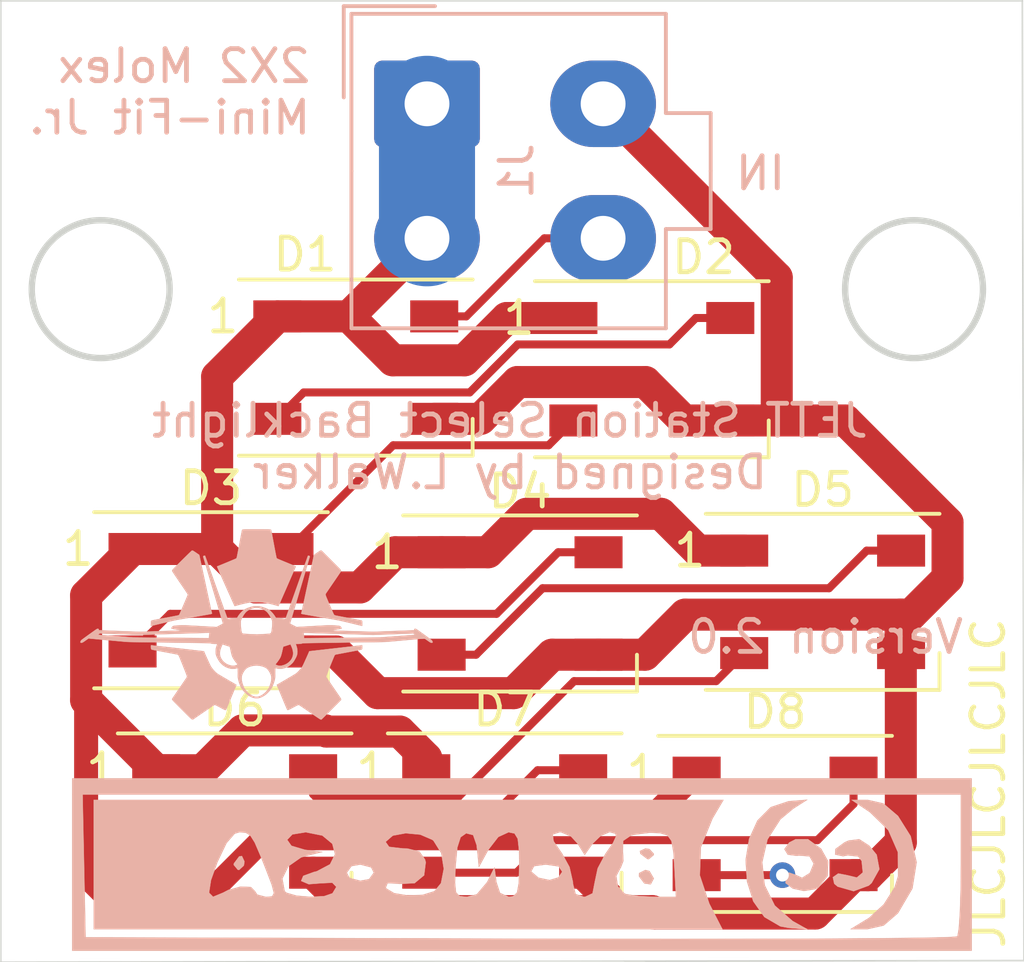
<source format=kicad_pcb>
(kicad_pcb (version 20171130) (host pcbnew "(5.1.9)-1")
  (layers (0 F.Cu signal) (31 B.Cu signal) (34 B.Paste user hide) (35 F.Paste user hide) (36 B.SilkS user) (37 F.SilkS user) (38 B.Mask user hide) (39 F.Mask user hide) (44 Edge.Cuts user))
  (net 0 "")
  (net 1 "Net-(D1-Pad2)")
  (net 2 "Net-(D2-Pad2)")
  (net 3 "Net-(D3-Pad2)")
  (net 4 "Net-(D4-Pad2)")
  (net 5 "Net-(D5-Pad2)")
  (net 6 "Net-(D6-Pad2)")
  (net 7 "Net-(D7-Pad2)")
  (net 8 /LED+5V)
  (net 9 /DATAIN)
  (net 10 /LEDGND)
  (net 11 /DATAOUT)
  (module OH_General:CC-BY-NC-SA-Small (layer B.Cu) (at 148.082 107.95 180)
    (fp_text reference G2 hide)
    (fp_text value LOGO hide)
  )
  (module OH_General:OH_LOGO_ONLY_11x6mm (layer B.Cu) (at 139.7 100.584 180)
    (fp_text reference G1 hide)
    (fp_text value OH_LOGO_ONLY_11x6mm hide)
  )
  (module Connector_Molex:Molex_Mini-Fit_Jr_5566-04A_2x02_P4.20mm_Vertical (layer B.Cu) (at 145.034 84.192 270)
    (fp_text reference J1 (at 2.1 -2.794 90) (layer B.SilkS) (effects (justify mirror)))
    (fp_text value Conn_01x04_Female)
    (pad 4 thru_hole oval (at 4.2 -5.5 270) (size 2.7 3.3) (drill 1.4) (layers *.Cu *.Mask) (net 9 /DATAIN))
    (pad 3 thru_hole oval (at 0 -5.5 270) (size 2.7 3.3) (drill 1.4) (layers *.Cu *.Mask) (net 10 /LEDGND))
    (pad 2 thru_hole oval (at 4.2 0 270) (size 2.7 3.3) (drill 1.4) (layers *.Cu *.Mask) (net 8 /LED+5V))
    (pad 1 thru_hole roundrect (at 0 0 270) (size 2.7 3.3) (drill 1.4) (layers *.Cu *.Mask) (roundrect_rratio 0.09259299999999999) (net 8 /LED+5V))
  )
  (module LED_SMD:LED_WS2812B_PLCC4_5.0x5.0mm_P3.2mm (layer F.Cu) (at 155.905 106.68)
    (fp_text reference D8 (at 0 -3.5) (layer F.SilkS))
    (fp_text value WS2812B)
    (fp_text user 1 (at -4.15 -1.6) (layer F.SilkS))
    (pad 1 smd rect (at -2.45 -1.6) (size 1.5 1) (layers F.Cu F.Paste F.Mask) (net 8 /LED+5V))
    (pad 2 smd rect (at -2.45 1.6) (size 1.5 1) (layers F.Cu F.Paste F.Mask) (net 11 /DATAOUT))
    (pad 4 smd rect (at 2.45 -1.6) (size 1.5 1) (layers F.Cu F.Paste F.Mask) (net 7 "Net-(D7-Pad2)"))
    (pad 3 smd rect (at 2.45 1.6) (size 1.5 1) (layers F.Cu F.Paste F.Mask) (net 10 /LEDGND))
  )
  (module LED_SMD:LED_WS2812B_PLCC4_5.0x5.0mm_P3.2mm (layer F.Cu) (at 147.461 106.604)
    (fp_text reference D7 (at 0 -3.5) (layer F.SilkS))
    (fp_text value WS2812B)
    (fp_text user 1 (at -4.15 -1.6) (layer F.SilkS))
    (pad 1 smd rect (at -2.45 -1.6) (size 1.5 1) (layers F.Cu F.Paste F.Mask) (net 8 /LED+5V))
    (pad 2 smd rect (at -2.45 1.6) (size 1.5 1) (layers F.Cu F.Paste F.Mask) (net 7 "Net-(D7-Pad2)"))
    (pad 4 smd rect (at 2.45 -1.6) (size 1.5 1) (layers F.Cu F.Paste F.Mask) (net 6 "Net-(D6-Pad2)"))
    (pad 3 smd rect (at 2.45 1.6) (size 1.5 1) (layers F.Cu F.Paste F.Mask) (net 10 /LEDGND))
  )
  (module LED_SMD:LED_WS2812B_PLCC4_5.0x5.0mm_P3.2mm (layer F.Cu) (at 139.028 106.604)
    (fp_text reference D6 (at 0 -3.5) (layer F.SilkS))
    (fp_text value WS2812B)
    (fp_text user 1 (at -4.15 -1.6) (layer F.SilkS))
    (pad 1 smd rect (at -2.45 -1.6) (size 1.5 1) (layers F.Cu F.Paste F.Mask) (net 8 /LED+5V))
    (pad 2 smd rect (at -2.45 1.6) (size 1.5 1) (layers F.Cu F.Paste F.Mask) (net 6 "Net-(D6-Pad2)"))
    (pad 4 smd rect (at 2.45 -1.6) (size 1.5 1) (layers F.Cu F.Paste F.Mask) (net 5 "Net-(D5-Pad2)"))
    (pad 3 smd rect (at 2.45 1.6) (size 1.5 1) (layers F.Cu F.Paste F.Mask) (net 10 /LEDGND))
  )
  (module LED_SMD:LED_WS2812B_PLCC4_5.0x5.0mm_P3.2mm (layer F.Cu) (at 157.39 99.7456)
    (fp_text reference D5 (at 0 -3.5) (layer F.SilkS))
    (fp_text value WS2812B)
    (fp_text user 1 (at -4.15 -1.6) (layer F.SilkS))
    (pad 1 smd rect (at -2.45 -1.6) (size 1.5 1) (layers F.Cu F.Paste F.Mask) (net 8 /LED+5V))
    (pad 2 smd rect (at -2.45 1.6) (size 1.5 1) (layers F.Cu F.Paste F.Mask) (net 5 "Net-(D5-Pad2)"))
    (pad 4 smd rect (at 2.45 -1.6) (size 1.5 1) (layers F.Cu F.Paste F.Mask) (net 4 "Net-(D4-Pad2)"))
    (pad 3 smd rect (at 2.45 1.6) (size 1.5 1) (layers F.Cu F.Paste F.Mask) (net 10 /LEDGND))
  )
  (module LED_SMD:LED_WS2812B_PLCC4_5.0x5.0mm_P3.2mm (layer F.Cu) (at 147.941 99.7964)
    (fp_text reference D4 (at 0 -3.5) (layer F.SilkS))
    (fp_text value WS2812B)
    (fp_text user 1 (at -4.15 -1.6) (layer F.SilkS))
    (pad 1 smd rect (at -2.45 -1.6) (size 1.5 1) (layers F.Cu F.Paste F.Mask) (net 8 /LED+5V))
    (pad 2 smd rect (at -2.45 1.6) (size 1.5 1) (layers F.Cu F.Paste F.Mask) (net 4 "Net-(D4-Pad2)"))
    (pad 4 smd rect (at 2.45 -1.6) (size 1.5 1) (layers F.Cu F.Paste F.Mask) (net 3 "Net-(D3-Pad2)"))
    (pad 3 smd rect (at 2.45 1.6) (size 1.5 1) (layers F.Cu F.Paste F.Mask) (net 10 /LEDGND))
  )
  (module LED_SMD:LED_WS2812B_PLCC4_5.0x5.0mm_P3.2mm (layer F.Cu) (at 138.289 99.6948)
    (fp_text reference D3 (at 0 -3.5) (layer F.SilkS))
    (fp_text value WS2812B)
    (fp_text user 1 (at -4.15 -1.6) (layer F.SilkS))
    (pad 1 smd rect (at -2.45 -1.6) (size 1.5 1) (layers F.Cu F.Paste F.Mask) (net 8 /LED+5V))
    (pad 2 smd rect (at -2.45 1.6) (size 1.5 1) (layers F.Cu F.Paste F.Mask) (net 3 "Net-(D3-Pad2)"))
    (pad 4 smd rect (at 2.45 -1.6) (size 1.5 1) (layers F.Cu F.Paste F.Mask) (net 2 "Net-(D2-Pad2)"))
    (pad 3 smd rect (at 2.45 1.6) (size 1.5 1) (layers F.Cu F.Paste F.Mask) (net 10 /LEDGND))
  )
  (module LED_SMD:LED_WS2812B_PLCC4_5.0x5.0mm_P3.2mm (layer F.Cu) (at 152.056 92.4812)
    (fp_text reference D2 (at 1.614 -3.5) (layer F.SilkS))
    (fp_text value WS2812B)
    (fp_text user 1 (at -4.15 -1.6) (layer F.SilkS))
    (pad 1 smd rect (at -2.45 -1.6) (size 1.5 1) (layers F.Cu F.Paste F.Mask) (net 8 /LED+5V))
    (pad 2 smd rect (at -2.45 1.6) (size 1.5 1) (layers F.Cu F.Paste F.Mask) (net 2 "Net-(D2-Pad2)"))
    (pad 4 smd rect (at 2.45 -1.6) (size 1.5 1) (layers F.Cu F.Paste F.Mask) (net 1 "Net-(D1-Pad2)"))
    (pad 3 smd rect (at 2.45 1.6) (size 1.5 1) (layers F.Cu F.Paste F.Mask) (net 10 /LEDGND))
  )
  (module LED_SMD:LED_WS2812B_PLCC4_5.0x5.0mm_P3.2mm (layer F.Cu) (at 142.81 92.4304)
    (fp_text reference D1 (at -1.586 -3.5304) (layer F.SilkS))
    (fp_text value WS2812B)
    (fp_text user 1 (at -4.15 -1.6) (layer F.SilkS))
    (pad 1 smd rect (at -2.45 -1.6) (size 1.5 1) (layers F.Cu F.Paste F.Mask) (net 8 /LED+5V))
    (pad 2 smd rect (at -2.45 1.6) (size 1.5 1) (layers F.Cu F.Paste F.Mask) (net 1 "Net-(D1-Pad2)"))
    (pad 4 smd rect (at 2.45 -1.6) (size 1.5 1) (layers F.Cu F.Paste F.Mask) (net 9 /DATAIN))
    (pad 3 smd rect (at 2.45 1.6) (size 1.5 1) (layers F.Cu F.Paste F.Mask) (net 10 /LEDGND))
  )
  (gr_text JLCJLCJLCJLC (at 162.56 105.41 90) (layer F.SilkS) (effects (font (size 1 1))))
  (gr_text "2X2 Molex\nMini-Fit Jr." (at 141.478 83.82) (layer B.SilkS) (effects (font (size 1 1)) (justify left mirror)))
  (gr_text IN (at 155.448 86.36) (layer B.SilkS) (effects (font (size 1 1)) (justify mirror)))
  (gr_text "Version 2.0" (at 157.48 100.838) (layer B.SilkS) (effects (font (size 1 1)) (justify mirror)))
  (gr_text "JETT Station Select Backlight\nDesigned by L.Walker" (at 147.6248 94.8944) (layer B.SilkS) (effects (font (size 1 1)) (justify mirror)))
  (gr_line (start 163.6268 80.9752) (end 131.7244 80.9752) (layer Edge.Cuts) (width 0.05))
  (gr_line (start 163.6776 110.9472) (end 163.6268 80.9752) (layer Edge.Cuts) (width 0.05))
  (gr_line (start 131.7244 110.998) (end 163.6776 110.9472) (layer Edge.Cuts) (width 0.05))
  (gr_line (start 131.7244 80.9752) (end 131.7244 110.998) (layer Edge.Cuts) (width 0.05))
  (gr_circle (center 134.844109 89.97999) (end 136.996759 89.97999) (layer Edge.Cuts) (width 0.2))
  (gr_circle (center 160.244109 89.97999) (end 162.39676 89.97999) (layer Edge.Cuts) (width 0.2))
  (segment (start 153.4307 90.8812) (end 154.506 90.8812) (width 0.25) (layer F.Cu) (net 1))
  (segment (start 140.36 94.0304) (end 141.185001 93.205399) (width 0.25) (layer F.Cu) (net 1))
  (segment (start 141.185001 93.205399) (end 146.368561 93.205399) (width 0.25) (layer F.Cu) (net 1))
  (segment (start 146.368561 93.205399) (end 147.86746 91.7065) (width 0.25) (layer F.Cu) (net 1))
  (segment (start 152.6054 91.7065) (end 153.4307 90.8812) (width 0.25) (layer F.Cu) (net 1))
  (segment (start 147.86746 91.7065) (end 152.6054 91.7065) (width 0.25) (layer F.Cu) (net 1))
  (segment (start 143.97839 94.85541) (end 140.739 98.0948) (width 0.25) (layer F.Cu) (net 2))
  (segment (start 148.83179 94.85541) (end 143.97839 94.85541) (width 0.25) (layer F.Cu) (net 2))
  (segment (start 149.606 94.0812) (end 148.83179 94.85541) (width 0.25) (layer F.Cu) (net 2))
  (segment (start 149.12989 98.1964) (end 150.391 98.1964) (width 0.25) (layer F.Cu) (net 3))
  (segment (start 147.20618 100.12011) (end 149.12989 98.1964) (width 0.25) (layer F.Cu) (net 3))
  (segment (start 137.01369 100.12011) (end 147.20618 100.12011) (width 0.25) (layer F.Cu) (net 3))
  (segment (start 135.839 101.2948) (end 137.01369 100.12011) (width 0.25) (layer F.Cu) (net 3))
  (segment (start 157.5905 99.3198) (end 158.7647 98.1456) (width 0.25) (layer F.Cu) (net 4))
  (segment (start 148.6429 99.3198) (end 157.5905 99.3198) (width 0.25) (layer F.Cu) (net 4))
  (segment (start 146.5663 101.3964) (end 148.6429 99.3198) (width 0.25) (layer F.Cu) (net 4))
  (segment (start 145.491 101.3964) (end 146.5663 101.3964) (width 0.25) (layer F.Cu) (net 4))
  (segment (start 159.84 98.1456) (end 158.7647 98.1456) (width 0.25) (layer F.Cu) (net 4))
  (segment (start 154.06419 102.22141) (end 154.94 101.3456) (width 0.25) (layer F.Cu) (net 5))
  (segment (start 146.021001 105.829001) (end 149.628592 102.22141) (width 0.25) (layer F.Cu) (net 5))
  (segment (start 141.478 105.754) (end 141.553001 105.829001) (width 0.25) (layer F.Cu) (net 5))
  (segment (start 149.628592 102.22141) (end 154.06419 102.22141) (width 0.25) (layer F.Cu) (net 5))
  (segment (start 141.553001 105.829001) (end 146.021001 105.829001) (width 0.25) (layer F.Cu) (net 5))
  (segment (start 141.478 105.004) (end 141.478 105.754) (width 0.25) (layer F.Cu) (net 5))
  (segment (start 138.50269 106.27931) (end 136.578 108.204) (width 0.25) (layer F.Cu) (net 6))
  (segment (start 148.488 105.004) (end 147.21299 106.27901) (width 0.25) (layer F.Cu) (net 6))
  (segment (start 147.21299 106.27901) (end 146.15701 106.27901) (width 0.25) (layer F.Cu) (net 6))
  (segment (start 146.15701 106.27901) (end 146.15731 106.27931) (width 0.25) (layer F.Cu) (net 6))
  (segment (start 149.911 105.004) (end 148.488 105.004) (width 0.25) (layer F.Cu) (net 6))
  (segment (start 146.15731 106.27931) (end 138.50269 106.27931) (width 0.25) (layer F.Cu) (net 6))
  (segment (start 158.355 105.08) (end 158.355 106.059) (width 0.25) (layer F.Cu) (net 7))
  (segment (start 157.226 107.188) (end 148.844 107.188) (width 0.25) (layer F.Cu) (net 7))
  (segment (start 158.355 106.059) (end 157.226 107.188) (width 0.25) (layer F.Cu) (net 7))
  (segment (start 147.828 108.204) (end 145.011 108.204) (width 0.25) (layer F.Cu) (net 7))
  (segment (start 148.844 107.188) (end 147.828 108.204) (width 0.25) (layer F.Cu) (net 7))
  (segment (start 136.578 105.004) (end 138.0283 105.004) (width 1) (layer F.Cu) (net 8))
  (segment (start 138.0283 105.004) (end 139.2719 103.7604) (width 1) (layer F.Cu) (net 8))
  (segment (start 152.3402 96.9961) (end 153.4897 98.1456) (width 1) (layer F.Cu) (net 8))
  (segment (start 148.1416 96.9961) (end 152.3402 96.9961) (width 1) (layer F.Cu) (net 8))
  (segment (start 146.9413 98.1964) (end 148.1416 96.9961) (width 1) (layer F.Cu) (net 8))
  (segment (start 145.491 98.1964) (end 146.9413 98.1964) (width 1) (layer F.Cu) (net 8))
  (segment (start 145.491 98.1964) (end 144.0407 98.1964) (width 1) (layer F.Cu) (net 8))
  (segment (start 154.94 98.1456) (end 153.4897 98.1456) (width 1) (layer F.Cu) (net 8))
  (segment (start 142.942 99.2951) (end 144.0407 98.1964) (width 1) (layer F.Cu) (net 8))
  (segment (start 139.6812 99.2951) (end 142.942 99.2951) (width 1) (layer F.Cu) (net 8))
  (segment (start 147.52602 90.8812) (end 146.20522 92.202) (width 1) (layer F.Cu) (net 8))
  (segment (start 149.606 90.8812) (end 147.52602 90.8812) (width 1) (layer F.Cu) (net 8))
  (segment (start 142.5956 90.8304) (end 145.034 88.392) (width 1) (layer F.Cu) (net 8))
  (segment (start 140.36 90.8304) (end 142.5956 90.8304) (width 1) (layer F.Cu) (net 8))
  (segment (start 134.388999 99.544801) (end 135.839 98.0948) (width 1) (layer F.Cu) (net 8))
  (segment (start 134.388999 102.814999) (end 134.388999 99.544801) (width 1) (layer F.Cu) (net 8))
  (segment (start 136.578 105.004) (end 134.388999 102.814999) (width 1) (layer F.Cu) (net 8))
  (segment (start 138.4809 98.0948) (end 139.6812 99.2951) (width 1) (layer F.Cu) (net 8))
  (segment (start 135.839 98.0948) (end 138.4809 98.0948) (width 1) (layer F.Cu) (net 8))
  (segment (start 138.4809 92.7095) (end 140.36 90.8304) (width 1) (layer F.Cu) (net 8))
  (segment (start 138.4809 98.0948) (end 138.4809 92.7095) (width 1) (layer F.Cu) (net 8))
  (segment (start 143.9672 92.202) (end 142.5956 90.8304) (width 1) (layer F.Cu) (net 8))
  (segment (start 146.20522 92.202) (end 143.9672 92.202) (width 1) (layer F.Cu) (net 8))
  (segment (start 145.034 84.192) (end 145.034 88.392) (width 3) (layer B.Cu) (net 8))
  (segment (start 141.89671 103.79671) (end 141.8604 103.7604) (width 1) (layer F.Cu) (net 8))
  (segment (start 144.18271 103.79671) (end 141.89671 103.79671) (width 1) (layer F.Cu) (net 8))
  (segment (start 145.011 104.625) (end 144.18271 103.79671) (width 1) (layer F.Cu) (net 8))
  (segment (start 145.011 105.004) (end 145.011 104.625) (width 1) (layer F.Cu) (net 8))
  (segment (start 139.2719 103.7604) (end 141.8604 103.7604) (width 1) (layer F.Cu) (net 8))
  (segment (start 148.554048 106.48799) (end 152.04701 106.48799) (width 0.75) (layer F.Cu) (net 8))
  (segment (start 147.913039 107.128999) (end 148.554048 106.48799) (width 0.75) (layer F.Cu) (net 8))
  (segment (start 152.04701 106.48799) (end 153.455 105.08) (width 0.75) (layer F.Cu) (net 8))
  (segment (start 139.938003 107.128999) (end 147.913039 107.128999) (width 0.75) (layer F.Cu) (net 8))
  (segment (start 137.788001 109.279001) (end 139.938003 107.128999) (width 0.75) (layer F.Cu) (net 8))
  (segment (start 134.388999 108.300001) (end 135.367999 109.279001) (width 0.75) (layer F.Cu) (net 8))
  (segment (start 135.367999 109.279001) (end 137.788001 109.279001) (width 0.75) (layer F.Cu) (net 8))
  (segment (start 134.388999 102.814999) (end 134.388999 108.300001) (width 0.75) (layer F.Cu) (net 8))
  (segment (start 148.6984 88.392) (end 150.534 88.392) (width 0.25) (layer F.Cu) (net 9))
  (segment (start 146.26 90.8304) (end 148.6984 88.392) (width 0.25) (layer F.Cu) (net 9))
  (segment (start 145.26 90.8304) (end 146.26 90.8304) (width 0.25) (layer F.Cu) (net 9))
  (segment (start 145.26 94.0304) (end 146.7103 94.0304) (width 1) (layer F.Cu) (net 10))
  (segment (start 146.7103 94.0304) (end 147.8598 92.8809) (width 1) (layer F.Cu) (net 10))
  (segment (start 159.8314 101.3456) (end 159.8314 107.2534) (width 1) (layer F.Cu) (net 10))
  (segment (start 158.355 108.28) (end 158.8048 108.28) (width 1) (layer F.Cu) (net 10))
  (segment (start 158.8048 108.28) (end 159.8314 107.2534) (width 1) (layer F.Cu) (net 10))
  (segment (start 141.478 108.204) (end 142.6783 109.4043) (width 1) (layer F.Cu) (net 10))
  (segment (start 142.6783 109.4043) (end 147.2604 109.4043) (width 1) (layer F.Cu) (net 10))
  (segment (start 155.9563 89.6143) (end 150.534 84.192) (width 1) (layer F.Cu) (net 10))
  (segment (start 155.9563 94.0812) (end 155.9563 89.6143) (width 1) (layer F.Cu) (net 10))
  (segment (start 154.506 94.0812) (end 155.9563 94.0812) (width 1) (layer F.Cu) (net 10))
  (segment (start 147.7404 102.5967) (end 148.9407 101.3964) (width 1) (layer F.Cu) (net 10))
  (segment (start 143.4912 102.5967) (end 147.7404 102.5967) (width 1) (layer F.Cu) (net 10))
  (segment (start 142.1893 101.2948) (end 143.4912 102.5967) (width 1) (layer F.Cu) (net 10))
  (segment (start 140.739 101.2948) (end 142.1893 101.2948) (width 1) (layer F.Cu) (net 10))
  (segment (start 159.84 101.3456) (end 159.8314 101.3456) (width 1) (layer F.Cu) (net 10))
  (segment (start 159.8314 101.3456) (end 159.8227 101.3456) (width 1) (layer F.Cu) (net 10))
  (segment (start 150.391 101.3964) (end 151.8413 101.3964) (width 1) (layer F.Cu) (net 10))
  (segment (start 159.8227 101.3456) (end 159.8227 100.1452) (width 1) (layer F.Cu) (net 10))
  (segment (start 160.148 100.1452) (end 159.8227 100.1452) (width 1) (layer F.Cu) (net 10))
  (segment (start 161.2904 99.0028) (end 160.148 100.1452) (width 1) (layer F.Cu) (net 10))
  (segment (start 161.2904 97.2661) (end 161.2904 99.0028) (width 1) (layer F.Cu) (net 10))
  (segment (start 158.1055 94.0812) (end 161.2904 97.2661) (width 1) (layer F.Cu) (net 10))
  (segment (start 155.9563 94.0812) (end 158.1055 94.0812) (width 1) (layer F.Cu) (net 10))
  (segment (start 153.0925 100.1452) (end 151.8413 101.3964) (width 1) (layer F.Cu) (net 10))
  (segment (start 159.8227 100.1452) (end 153.0925 100.1452) (width 1) (layer F.Cu) (net 10))
  (segment (start 151.8554 92.8809) (end 153.0557 94.0812) (width 1) (layer F.Cu) (net 10))
  (segment (start 147.8598 92.8809) (end 151.8554 92.8809) (width 1) (layer F.Cu) (net 10))
  (segment (start 154.506 94.0812) (end 153.0557 94.0812) (width 1) (layer F.Cu) (net 10))
  (segment (start 150.391 101.3964) (end 148.9407 101.3964) (width 1) (layer F.Cu) (net 10))
  (segment (start 157.154999 109.480001) (end 158.355 108.28) (width 1) (layer F.Cu) (net 10))
  (segment (start 152.144999 109.480001) (end 157.154999 109.480001) (width 1) (layer F.Cu) (net 10))
  (segment (start 152.069298 109.4043) (end 152.144999 109.480001) (width 1) (layer F.Cu) (net 10))
  (segment (start 150.6917 109.4043) (end 150.6917 108.9847) (width 1) (layer F.Cu) (net 10))
  (segment (start 150.6917 108.9847) (end 149.911 108.204) (width 1) (layer F.Cu) (net 10))
  (segment (start 150.6917 109.4043) (end 152.069298 109.4043) (width 1) (layer F.Cu) (net 10))
  (segment (start 147.2604 109.4043) (end 150.6917 109.4043) (width 1) (layer F.Cu) (net 10))
  (segment (start 153.455 108.28) (end 156.134 108.28) (width 0.25) (layer F.Cu) (net 11))
  (segment (start 156.134 108.28) (end 156.134 108.28) (width 0.25) (layer F.Cu) (net 11))
  (via (at 156.134 108.28) (size 0.8) (drill 0.4) (layers F.Cu B.Cu) (net 11))
)
</source>
